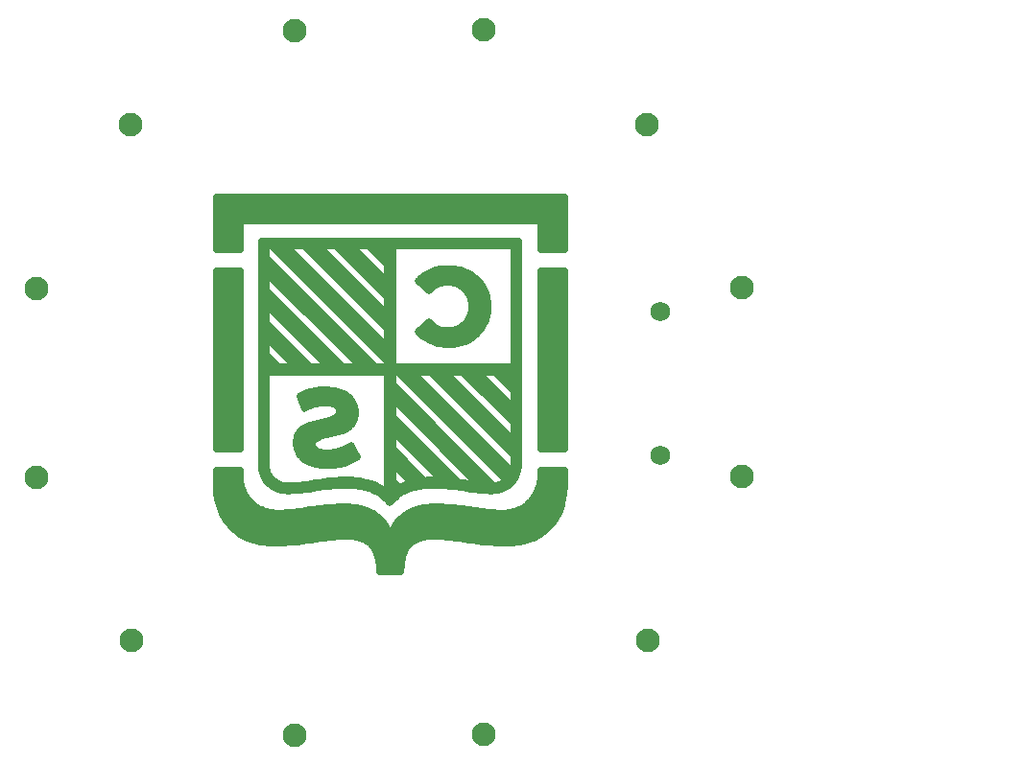
<source format=gbr>
%TF.GenerationSoftware,KiCad,Pcbnew,7.0.7*%
%TF.CreationDate,2023-10-30T19:21:24-07:00*%
%TF.ProjectId,CodeStackOrnament2023,436f6465-5374-4616-936b-4f726e616d65,rev?*%
%TF.SameCoordinates,Original*%
%TF.FileFunction,Soldermask,Bot*%
%TF.FilePolarity,Negative*%
%FSLAX46Y46*%
G04 Gerber Fmt 4.6, Leading zero omitted, Abs format (unit mm)*
G04 Created by KiCad (PCBNEW 7.0.7) date 2023-10-30 19:21:24*
%MOMM*%
%LPD*%
G01*
G04 APERTURE LIST*
%ADD10C,0.200000*%
%ADD11C,0.565287*%
%ADD12C,0.000000*%
%ADD13C,0.513897*%
%ADD14C,2.100000*%
%ADD15C,1.734000*%
G04 APERTURE END LIST*
D10*
X160957965Y-109383172D02*
X160957965Y-111268670D01*
X153425250Y-103735985D01*
X155310748Y-103735985D01*
X160957965Y-109383172D01*
G36*
X160957965Y-109383172D02*
G01*
X160957965Y-111268670D01*
X153425250Y-103735985D01*
X155310748Y-103735985D01*
X160957965Y-109383172D01*
G37*
X153354343Y-113177727D02*
X153178542Y-113190413D01*
X153003233Y-113207747D01*
X152828507Y-113229713D01*
X152654454Y-113256295D01*
X152481166Y-113287477D01*
X152308734Y-113323245D01*
X152137248Y-113363581D01*
X151966800Y-113408471D01*
X151914871Y-113423759D01*
X151863240Y-113439385D01*
X151812002Y-113455377D01*
X151761249Y-113471764D01*
X150379886Y-112090416D01*
X150379886Y-110204918D01*
X153354343Y-113177727D01*
G36*
X153354343Y-113177727D02*
G01*
X153178542Y-113190413D01*
X153003233Y-113207747D01*
X152828507Y-113229713D01*
X152654454Y-113256295D01*
X152481166Y-113287477D01*
X152308734Y-113323245D01*
X152137248Y-113363581D01*
X151966800Y-113408471D01*
X151914871Y-113423759D01*
X151863240Y-113439385D01*
X151812002Y-113455377D01*
X151761249Y-113471764D01*
X150379886Y-112090416D01*
X150379886Y-110204918D01*
X153354343Y-113177727D01*
G37*
X146192157Y-103166039D02*
X144305118Y-103166039D01*
X139231921Y-98092888D01*
X139231921Y-96207390D01*
X146192157Y-103166039D01*
G36*
X146192157Y-103166039D02*
G01*
X144305118Y-103166039D01*
X139231921Y-98092888D01*
X139231921Y-96207390D01*
X146192157Y-103166039D01*
G37*
D11*
X165471864Y-113135305D02*
X165455293Y-113726274D01*
X165404489Y-114295856D01*
X165317819Y-114841740D01*
X165260523Y-115105074D01*
X165193649Y-115361617D01*
X165116991Y-115611082D01*
X165030346Y-115853178D01*
X164933508Y-116087617D01*
X164826275Y-116314112D01*
X164708442Y-116532372D01*
X164579804Y-116742109D01*
X164440158Y-116943035D01*
X164289299Y-117134860D01*
X164127022Y-117317297D01*
X163953125Y-117490056D01*
X163767402Y-117652848D01*
X163569649Y-117805386D01*
X163359663Y-117947379D01*
X163137238Y-118078541D01*
X162902171Y-118198580D01*
X162654258Y-118307210D01*
X162393294Y-118404141D01*
X162119075Y-118489085D01*
X161831397Y-118561752D01*
X161530056Y-118621855D01*
X161214847Y-118669104D01*
X160885566Y-118703211D01*
X160542009Y-118723887D01*
X160183972Y-118730843D01*
X159786334Y-118717709D01*
X159389105Y-118697321D01*
X158992381Y-118669690D01*
X158596262Y-118634826D01*
X158200846Y-118592740D01*
X157806230Y-118543441D01*
X157412514Y-118486940D01*
X157019794Y-118423247D01*
X156631617Y-118359818D01*
X156242441Y-118303505D01*
X155852364Y-118254316D01*
X155461486Y-118212260D01*
X155069906Y-118177346D01*
X154677721Y-118149584D01*
X154285032Y-118128983D01*
X153891937Y-118115551D01*
X153766957Y-118111691D01*
X153642302Y-118112999D01*
X153518124Y-118119431D01*
X153394573Y-118130944D01*
X153271802Y-118147495D01*
X153149961Y-118169041D01*
X153029202Y-118195538D01*
X152909678Y-118226942D01*
X152791538Y-118263211D01*
X152674935Y-118304302D01*
X152560020Y-118350171D01*
X152446944Y-118400775D01*
X152335860Y-118456070D01*
X152226917Y-118516013D01*
X152120269Y-118580562D01*
X152016066Y-118649672D01*
X151912103Y-118736268D01*
X151811989Y-118831231D01*
X151716119Y-118934918D01*
X151624887Y-119047687D01*
X151538687Y-119169895D01*
X151457913Y-119301897D01*
X151382961Y-119444051D01*
X151314224Y-119596714D01*
X151252096Y-119760242D01*
X151196973Y-119934992D01*
X151149248Y-120121322D01*
X151109316Y-120319587D01*
X151077572Y-120530146D01*
X151054409Y-120753353D01*
X151040222Y-120989567D01*
X151035405Y-121239144D01*
X149146727Y-121239144D01*
X149145521Y-121112663D01*
X149141934Y-120989567D01*
X149136015Y-120869811D01*
X149127811Y-120753352D01*
X149117371Y-120640144D01*
X149104743Y-120530143D01*
X149089975Y-120423304D01*
X149073116Y-120319583D01*
X149054212Y-120218935D01*
X149033313Y-120121315D01*
X149010467Y-120026680D01*
X148985721Y-119934984D01*
X148959124Y-119846182D01*
X148930724Y-119760231D01*
X148900570Y-119677086D01*
X148868708Y-119596701D01*
X148835188Y-119519033D01*
X148800057Y-119444037D01*
X148763363Y-119371668D01*
X148725156Y-119301882D01*
X148685482Y-119234634D01*
X148644390Y-119169880D01*
X148601928Y-119107574D01*
X148558145Y-119047673D01*
X148466805Y-118934906D01*
X148370755Y-118831221D01*
X148270380Y-118736262D01*
X148166066Y-118649672D01*
X148061860Y-118580562D01*
X147955210Y-118516013D01*
X147846266Y-118456070D01*
X147735181Y-118400775D01*
X147622105Y-118350171D01*
X147507190Y-118304302D01*
X147390587Y-118263211D01*
X147272448Y-118226942D01*
X147152924Y-118195538D01*
X147032167Y-118169041D01*
X146910327Y-118147495D01*
X146787557Y-118130944D01*
X146664007Y-118119431D01*
X146539829Y-118112999D01*
X146415175Y-118111691D01*
X146290195Y-118115551D01*
X145897362Y-118128994D01*
X145504940Y-118149603D01*
X145113026Y-118177368D01*
X144721716Y-118212281D01*
X144331107Y-118254331D01*
X143941296Y-118303510D01*
X143552379Y-118359807D01*
X143164453Y-118423214D01*
X142771484Y-118487195D01*
X142377511Y-118543980D01*
X141982634Y-118593559D01*
X141586950Y-118635922D01*
X141190561Y-118671057D01*
X140793563Y-118698954D01*
X140396058Y-118719602D01*
X139998143Y-118732992D01*
X139640108Y-118726029D01*
X139296552Y-118705336D01*
X138967273Y-118671200D01*
X138652065Y-118623913D01*
X138350725Y-118563762D01*
X138063048Y-118491038D01*
X137788830Y-118406030D01*
X137527867Y-118309028D01*
X137279954Y-118200321D01*
X137044888Y-118080198D01*
X136822465Y-117948950D01*
X136612479Y-117806865D01*
X136414727Y-117654233D01*
X136229004Y-117491344D01*
X136055107Y-117318487D01*
X135892832Y-117135951D01*
X135741973Y-116944027D01*
X135602327Y-116743003D01*
X135473689Y-116533169D01*
X135355856Y-116314814D01*
X135248623Y-116088229D01*
X135151786Y-115853702D01*
X135065141Y-115611523D01*
X134988483Y-115361981D01*
X134864313Y-114841969D01*
X134777643Y-114295980D01*
X134726839Y-113726331D01*
X134710268Y-113135338D01*
X134710268Y-112323464D01*
X136833981Y-112323464D01*
X136833981Y-112776415D01*
X136837578Y-112943332D01*
X136849399Y-113108139D01*
X136869246Y-113270633D01*
X136896922Y-113430612D01*
X136932229Y-113587874D01*
X136974972Y-113742217D01*
X137024951Y-113893440D01*
X137081970Y-114041340D01*
X137145832Y-114185714D01*
X137216339Y-114326362D01*
X137293294Y-114463081D01*
X137376500Y-114595668D01*
X137465759Y-114723923D01*
X137560875Y-114847643D01*
X137661649Y-114966625D01*
X137767885Y-115080669D01*
X137879385Y-115189571D01*
X137995952Y-115293130D01*
X138117388Y-115391144D01*
X138243497Y-115483411D01*
X138374081Y-115569729D01*
X138508943Y-115649895D01*
X138647886Y-115723708D01*
X138790711Y-115790966D01*
X138937223Y-115851466D01*
X139087223Y-115905008D01*
X139240515Y-115951387D01*
X139396900Y-115990404D01*
X139556182Y-116021855D01*
X139718164Y-116045538D01*
X139882648Y-116061252D01*
X140049437Y-116068795D01*
X140259345Y-116069858D01*
X140468185Y-116066650D01*
X140675962Y-116059169D01*
X140882678Y-116047411D01*
X141052898Y-116036611D01*
X141223711Y-116023401D01*
X141394918Y-116007786D01*
X141566318Y-115989773D01*
X141918072Y-115947879D01*
X142269319Y-115901863D01*
X142619999Y-115851730D01*
X142970053Y-115797487D01*
X143333858Y-115737126D01*
X143698724Y-115684374D01*
X144064531Y-115639244D01*
X144431159Y-115601745D01*
X144798488Y-115571886D01*
X145166400Y-115549680D01*
X145534775Y-115535134D01*
X145903493Y-115528261D01*
X146108602Y-115528261D01*
X146328649Y-115532525D01*
X146465393Y-115541085D01*
X146651267Y-115553875D01*
X146813641Y-115570962D01*
X146963193Y-115588082D01*
X147045444Y-115600475D01*
X147127493Y-115614061D01*
X147209328Y-115628839D01*
X147290934Y-115644806D01*
X147372300Y-115661959D01*
X147453413Y-115680296D01*
X147534258Y-115699815D01*
X147614824Y-115720513D01*
X147656825Y-115731836D01*
X147699224Y-115743751D01*
X147720447Y-115750119D01*
X147741619Y-115756862D01*
X147762691Y-115764055D01*
X147783611Y-115771773D01*
X147870362Y-115799769D01*
X147956364Y-115829869D01*
X148041580Y-115862057D01*
X148125970Y-115896320D01*
X148209495Y-115932642D01*
X148292116Y-115971010D01*
X148373795Y-116011408D01*
X148454494Y-116053823D01*
X148482895Y-116069014D01*
X148511123Y-116084523D01*
X148539174Y-116100349D01*
X148567046Y-116116488D01*
X148594735Y-116132940D01*
X148622241Y-116149700D01*
X148649560Y-116166767D01*
X148676689Y-116184139D01*
X148740417Y-116227171D01*
X148803079Y-116271684D01*
X148864650Y-116317658D01*
X148925104Y-116365074D01*
X148984418Y-116413910D01*
X149042564Y-116464147D01*
X149099518Y-116515764D01*
X149155254Y-116568743D01*
X149169113Y-116581583D01*
X149182830Y-116594572D01*
X149196406Y-116607710D01*
X149209837Y-116620994D01*
X149223124Y-116634422D01*
X149236265Y-116647994D01*
X149249259Y-116661707D01*
X149262105Y-116675560D01*
X149293161Y-116709163D01*
X149323673Y-116743248D01*
X149353635Y-116777809D01*
X149383041Y-116812842D01*
X149411883Y-116848341D01*
X149440157Y-116884300D01*
X149467857Y-116920714D01*
X149494975Y-116957576D01*
X149508281Y-116975205D01*
X149521373Y-116992990D01*
X149534249Y-117010930D01*
X149546909Y-117029020D01*
X149559353Y-117047259D01*
X149571580Y-117065642D01*
X149583590Y-117084168D01*
X149595381Y-117102831D01*
X149620519Y-117140791D01*
X149645046Y-117179134D01*
X149668958Y-117217855D01*
X149692250Y-117256948D01*
X149714917Y-117296405D01*
X149736955Y-117336222D01*
X149758358Y-117376391D01*
X149779123Y-117416906D01*
X149791910Y-117440156D01*
X149804363Y-117463580D01*
X149816483Y-117487173D01*
X149828269Y-117510933D01*
X149870986Y-117607076D01*
X149883886Y-117635116D01*
X149896377Y-117663338D01*
X149908458Y-117691737D01*
X149920131Y-117720305D01*
X149967162Y-117842095D01*
X149984338Y-117890881D01*
X150000960Y-117939852D01*
X150017024Y-117989004D01*
X150032530Y-118038333D01*
X150047475Y-118087835D01*
X150061859Y-118137506D01*
X150075679Y-118187343D01*
X150088934Y-118237340D01*
X150101959Y-118186359D01*
X150115434Y-118135929D01*
X150129411Y-118086000D01*
X150143940Y-118036520D01*
X150159071Y-117987440D01*
X150174853Y-117938710D01*
X150191338Y-117890278D01*
X150208576Y-117842095D01*
X150230477Y-117779589D01*
X150236204Y-117764092D01*
X150242232Y-117748946D01*
X150248660Y-117734301D01*
X150252056Y-117727213D01*
X150255589Y-117720305D01*
X150306867Y-117607076D01*
X150349584Y-117510933D01*
X150394449Y-117416906D01*
X150415549Y-117376413D01*
X150437267Y-117336260D01*
X150459599Y-117296453D01*
X150482541Y-117256998D01*
X150506090Y-117217902D01*
X150530242Y-117179172D01*
X150554993Y-117140813D01*
X150580339Y-117102831D01*
X150592131Y-117084168D01*
X150604142Y-117065642D01*
X150616372Y-117047259D01*
X150628817Y-117029020D01*
X150641479Y-117010930D01*
X150654355Y-116992990D01*
X150667444Y-116975205D01*
X150680745Y-116957576D01*
X150707869Y-116920714D01*
X150735573Y-116884300D01*
X150763850Y-116848341D01*
X150792695Y-116812842D01*
X150822101Y-116777809D01*
X150852064Y-116743248D01*
X150882576Y-116709163D01*
X150913632Y-116675560D01*
X150926477Y-116661696D01*
X150939469Y-116647975D01*
X150952607Y-116634398D01*
X150965891Y-116620968D01*
X150979320Y-116607686D01*
X150992893Y-116594553D01*
X151006608Y-116581572D01*
X151020467Y-116568743D01*
X151076273Y-116516095D01*
X151133275Y-116464789D01*
X151191447Y-116414846D01*
X151250767Y-116366286D01*
X151311209Y-116319130D01*
X151372750Y-116273398D01*
X151435366Y-116229110D01*
X151499031Y-116186287D01*
X151526470Y-116168845D01*
X151554257Y-116151758D01*
X151582343Y-116134975D01*
X151610679Y-116118444D01*
X151667900Y-116085935D01*
X151725524Y-116053823D01*
X151805696Y-116011495D01*
X151886843Y-115971157D01*
X151968927Y-115932824D01*
X152051912Y-115896513D01*
X152135760Y-115862239D01*
X152220433Y-115830020D01*
X152305896Y-115799870D01*
X152392110Y-115771807D01*
X152434500Y-115757872D01*
X152477122Y-115744674D01*
X152519967Y-115732219D01*
X152563028Y-115720513D01*
X152565177Y-115720513D01*
X152646007Y-115699802D01*
X152727117Y-115680272D01*
X152808494Y-115661924D01*
X152890126Y-115644764D01*
X152971999Y-115628793D01*
X153054101Y-115614014D01*
X153136418Y-115600432D01*
X153218939Y-115588048D01*
X153368491Y-115570962D01*
X153528717Y-115553875D01*
X153551865Y-115551230D01*
X153575045Y-115548883D01*
X153598252Y-115546836D01*
X153621484Y-115545088D01*
X153644737Y-115543639D01*
X153668008Y-115542488D01*
X153691294Y-115541637D01*
X153714591Y-115541085D01*
X153851335Y-115532525D01*
X153877968Y-115531117D01*
X153904950Y-115530060D01*
X153959762Y-115528794D01*
X154015377Y-115528328D01*
X154071399Y-115528261D01*
X154276508Y-115528261D01*
X154645226Y-115535123D01*
X155013602Y-115549661D01*
X155381517Y-115571863D01*
X155748848Y-115601719D01*
X156115477Y-115639220D01*
X156481284Y-115684356D01*
X156846147Y-115737115D01*
X157209947Y-115797487D01*
X157388979Y-115826796D01*
X157567016Y-115854106D01*
X157743857Y-115879811D01*
X157919301Y-115904305D01*
X158262826Y-115949113D01*
X158607065Y-115987909D01*
X158951928Y-116020689D01*
X159297322Y-116047445D01*
X159504032Y-116059202D01*
X159711811Y-116066680D01*
X159920661Y-116069877D01*
X160130580Y-116068795D01*
X160297412Y-116061247D01*
X160461935Y-116045520D01*
X160623950Y-116021814D01*
X160783261Y-115990332D01*
X160939669Y-115951278D01*
X161092978Y-115904853D01*
X161242990Y-115851260D01*
X161389506Y-115790702D01*
X161532330Y-115723381D01*
X161671265Y-115649499D01*
X161806112Y-115569260D01*
X161936674Y-115482866D01*
X162062753Y-115390519D01*
X162184153Y-115292422D01*
X162300675Y-115188777D01*
X162412122Y-115079788D01*
X162518297Y-114965655D01*
X162619001Y-114846583D01*
X162714038Y-114722774D01*
X162803210Y-114594429D01*
X162886319Y-114461752D01*
X162963167Y-114324946D01*
X163033558Y-114184212D01*
X163097294Y-114039753D01*
X163154177Y-113891773D01*
X163204010Y-113740472D01*
X163246595Y-113586055D01*
X163281734Y-113428723D01*
X163309231Y-113268679D01*
X163328887Y-113106125D01*
X163340505Y-112941265D01*
X163343887Y-112774300D01*
X163343887Y-112325612D01*
X165471864Y-112323430D01*
X165471864Y-113135305D01*
G36*
X165471864Y-113135305D02*
G01*
X165455293Y-113726274D01*
X165404489Y-114295856D01*
X165317819Y-114841740D01*
X165260523Y-115105074D01*
X165193649Y-115361617D01*
X165116991Y-115611082D01*
X165030346Y-115853178D01*
X164933508Y-116087617D01*
X164826275Y-116314112D01*
X164708442Y-116532372D01*
X164579804Y-116742109D01*
X164440158Y-116943035D01*
X164289299Y-117134860D01*
X164127022Y-117317297D01*
X163953125Y-117490056D01*
X163767402Y-117652848D01*
X163569649Y-117805386D01*
X163359663Y-117947379D01*
X163137238Y-118078541D01*
X162902171Y-118198580D01*
X162654258Y-118307210D01*
X162393294Y-118404141D01*
X162119075Y-118489085D01*
X161831397Y-118561752D01*
X161530056Y-118621855D01*
X161214847Y-118669104D01*
X160885566Y-118703211D01*
X160542009Y-118723887D01*
X160183972Y-118730843D01*
X159786334Y-118717709D01*
X159389105Y-118697321D01*
X158992381Y-118669690D01*
X158596262Y-118634826D01*
X158200846Y-118592740D01*
X157806230Y-118543441D01*
X157412514Y-118486940D01*
X157019794Y-118423247D01*
X156631617Y-118359818D01*
X156242441Y-118303505D01*
X155852364Y-118254316D01*
X155461486Y-118212260D01*
X155069906Y-118177346D01*
X154677721Y-118149584D01*
X154285032Y-118128983D01*
X153891937Y-118115551D01*
X153766957Y-118111691D01*
X153642302Y-118112999D01*
X153518124Y-118119431D01*
X153394573Y-118130944D01*
X153271802Y-118147495D01*
X153149961Y-118169041D01*
X153029202Y-118195538D01*
X152909678Y-118226942D01*
X152791538Y-118263211D01*
X152674935Y-118304302D01*
X152560020Y-118350171D01*
X152446944Y-118400775D01*
X152335860Y-118456070D01*
X152226917Y-118516013D01*
X152120269Y-118580562D01*
X152016066Y-118649672D01*
X151912103Y-118736268D01*
X151811989Y-118831231D01*
X151716119Y-118934918D01*
X151624887Y-119047687D01*
X151538687Y-119169895D01*
X151457913Y-119301897D01*
X151382961Y-119444051D01*
X151314224Y-119596714D01*
X151252096Y-119760242D01*
X151196973Y-119934992D01*
X151149248Y-120121322D01*
X151109316Y-120319587D01*
X151077572Y-120530146D01*
X151054409Y-120753353D01*
X151040222Y-120989567D01*
X151035405Y-121239144D01*
X149146727Y-121239144D01*
X149145521Y-121112663D01*
X149141934Y-120989567D01*
X149136015Y-120869811D01*
X149127811Y-120753352D01*
X149117371Y-120640144D01*
X149104743Y-120530143D01*
X149089975Y-120423304D01*
X149073116Y-120319583D01*
X149054212Y-120218935D01*
X149033313Y-120121315D01*
X149010467Y-120026680D01*
X148985721Y-119934984D01*
X148959124Y-119846182D01*
X148930724Y-119760231D01*
X148900570Y-119677086D01*
X148868708Y-119596701D01*
X148835188Y-119519033D01*
X148800057Y-119444037D01*
X148763363Y-119371668D01*
X148725156Y-119301882D01*
X148685482Y-119234634D01*
X148644390Y-119169880D01*
X148601928Y-119107574D01*
X148558145Y-119047673D01*
X148466805Y-118934906D01*
X148370755Y-118831221D01*
X148270380Y-118736262D01*
X148166066Y-118649672D01*
X148061860Y-118580562D01*
X147955210Y-118516013D01*
X147846266Y-118456070D01*
X147735181Y-118400775D01*
X147622105Y-118350171D01*
X147507190Y-118304302D01*
X147390587Y-118263211D01*
X147272448Y-118226942D01*
X147152924Y-118195538D01*
X147032167Y-118169041D01*
X146910327Y-118147495D01*
X146787557Y-118130944D01*
X146664007Y-118119431D01*
X146539829Y-118112999D01*
X146415175Y-118111691D01*
X146290195Y-118115551D01*
X145897362Y-118128994D01*
X145504940Y-118149603D01*
X145113026Y-118177368D01*
X144721716Y-118212281D01*
X144331107Y-118254331D01*
X143941296Y-118303510D01*
X143552379Y-118359807D01*
X143164453Y-118423214D01*
X142771484Y-118487195D01*
X142377511Y-118543980D01*
X141982634Y-118593559D01*
X141586950Y-118635922D01*
X141190561Y-118671057D01*
X140793563Y-118698954D01*
X140396058Y-118719602D01*
X139998143Y-118732992D01*
X139640108Y-118726029D01*
X139296552Y-118705336D01*
X138967273Y-118671200D01*
X138652065Y-118623913D01*
X138350725Y-118563762D01*
X138063048Y-118491038D01*
X137788830Y-118406030D01*
X137527867Y-118309028D01*
X137279954Y-118200321D01*
X137044888Y-118080198D01*
X136822465Y-117948950D01*
X136612479Y-117806865D01*
X136414727Y-117654233D01*
X136229004Y-117491344D01*
X136055107Y-117318487D01*
X135892832Y-117135951D01*
X135741973Y-116944027D01*
X135602327Y-116743003D01*
X135473689Y-116533169D01*
X135355856Y-116314814D01*
X135248623Y-116088229D01*
X135151786Y-115853702D01*
X135065141Y-115611523D01*
X134988483Y-115361981D01*
X134864313Y-114841969D01*
X134777643Y-114295980D01*
X134726839Y-113726331D01*
X134710268Y-113135338D01*
X134710268Y-112323464D01*
X136833981Y-112323464D01*
X136833981Y-112776415D01*
X136837578Y-112943332D01*
X136849399Y-113108139D01*
X136869246Y-113270633D01*
X136896922Y-113430612D01*
X136932229Y-113587874D01*
X136974972Y-113742217D01*
X137024951Y-113893440D01*
X137081970Y-114041340D01*
X137145832Y-114185714D01*
X137216339Y-114326362D01*
X137293294Y-114463081D01*
X137376500Y-114595668D01*
X137465759Y-114723923D01*
X137560875Y-114847643D01*
X137661649Y-114966625D01*
X137767885Y-115080669D01*
X137879385Y-115189571D01*
X137995952Y-115293130D01*
X138117388Y-115391144D01*
X138243497Y-115483411D01*
X138374081Y-115569729D01*
X138508943Y-115649895D01*
X138647886Y-115723708D01*
X138790711Y-115790966D01*
X138937223Y-115851466D01*
X139087223Y-115905008D01*
X139240515Y-115951387D01*
X139396900Y-115990404D01*
X139556182Y-116021855D01*
X139718164Y-116045538D01*
X139882648Y-116061252D01*
X140049437Y-116068795D01*
X140259345Y-116069858D01*
X140468185Y-116066650D01*
X140675962Y-116059169D01*
X140882678Y-116047411D01*
X141052898Y-116036611D01*
X141223711Y-116023401D01*
X141394918Y-116007786D01*
X141566318Y-115989773D01*
X141918072Y-115947879D01*
X142269319Y-115901863D01*
X142619999Y-115851730D01*
X142970053Y-115797487D01*
X143333858Y-115737126D01*
X143698724Y-115684374D01*
X144064531Y-115639244D01*
X144431159Y-115601745D01*
X144798488Y-115571886D01*
X145166400Y-115549680D01*
X145534775Y-115535134D01*
X145903493Y-115528261D01*
X146108602Y-115528261D01*
X146328649Y-115532525D01*
X146465393Y-115541085D01*
X146651267Y-115553875D01*
X146813641Y-115570962D01*
X146963193Y-115588082D01*
X147045444Y-115600475D01*
X147127493Y-115614061D01*
X147209328Y-115628839D01*
X147290934Y-115644806D01*
X147372300Y-115661959D01*
X147453413Y-115680296D01*
X147534258Y-115699815D01*
X147614824Y-115720513D01*
X147656825Y-115731836D01*
X147699224Y-115743751D01*
X147720447Y-115750119D01*
X147741619Y-115756862D01*
X147762691Y-115764055D01*
X147783611Y-115771773D01*
X147870362Y-115799769D01*
X147956364Y-115829869D01*
X148041580Y-115862057D01*
X148125970Y-115896320D01*
X148209495Y-115932642D01*
X148292116Y-115971010D01*
X148373795Y-116011408D01*
X148454494Y-116053823D01*
X148482895Y-116069014D01*
X148511123Y-116084523D01*
X148539174Y-116100349D01*
X148567046Y-116116488D01*
X148594735Y-116132940D01*
X148622241Y-116149700D01*
X148649560Y-116166767D01*
X148676689Y-116184139D01*
X148740417Y-116227171D01*
X148803079Y-116271684D01*
X148864650Y-116317658D01*
X148925104Y-116365074D01*
X148984418Y-116413910D01*
X149042564Y-116464147D01*
X149099518Y-116515764D01*
X149155254Y-116568743D01*
X149169113Y-116581583D01*
X149182830Y-116594572D01*
X149196406Y-116607710D01*
X149209837Y-116620994D01*
X149223124Y-116634422D01*
X149236265Y-116647994D01*
X149249259Y-116661707D01*
X149262105Y-116675560D01*
X149293161Y-116709163D01*
X149323673Y-116743248D01*
X149353635Y-116777809D01*
X149383041Y-116812842D01*
X149411883Y-116848341D01*
X149440157Y-116884300D01*
X149467857Y-116920714D01*
X149494975Y-116957576D01*
X149508281Y-116975205D01*
X149521373Y-116992990D01*
X149534249Y-117010930D01*
X149546909Y-117029020D01*
X149559353Y-117047259D01*
X149571580Y-117065642D01*
X149583590Y-117084168D01*
X149595381Y-117102831D01*
X149620519Y-117140791D01*
X149645046Y-117179134D01*
X149668958Y-117217855D01*
X149692250Y-117256948D01*
X149714917Y-117296405D01*
X149736955Y-117336222D01*
X149758358Y-117376391D01*
X149779123Y-117416906D01*
X149791910Y-117440156D01*
X149804363Y-117463580D01*
X149816483Y-117487173D01*
X149828269Y-117510933D01*
X149870986Y-117607076D01*
X149883886Y-117635116D01*
X149896377Y-117663338D01*
X149908458Y-117691737D01*
X149920131Y-117720305D01*
X149967162Y-117842095D01*
X149984338Y-117890881D01*
X150000960Y-117939852D01*
X150017024Y-117989004D01*
X150032530Y-118038333D01*
X150047475Y-118087835D01*
X150061859Y-118137506D01*
X150075679Y-118187343D01*
X150088934Y-118237340D01*
X150101959Y-118186359D01*
X150115434Y-118135929D01*
X150129411Y-118086000D01*
X150143940Y-118036520D01*
X150159071Y-117987440D01*
X150174853Y-117938710D01*
X150191338Y-117890278D01*
X150208576Y-117842095D01*
X150230477Y-117779589D01*
X150236204Y-117764092D01*
X150242232Y-117748946D01*
X150248660Y-117734301D01*
X150252056Y-117727213D01*
X150255589Y-117720305D01*
X150306867Y-117607076D01*
X150349584Y-117510933D01*
X150394449Y-117416906D01*
X150415549Y-117376413D01*
X150437267Y-117336260D01*
X150459599Y-117296453D01*
X150482541Y-117256998D01*
X150506090Y-117217902D01*
X150530242Y-117179172D01*
X150554993Y-117140813D01*
X150580339Y-117102831D01*
X150592131Y-117084168D01*
X150604142Y-117065642D01*
X150616372Y-117047259D01*
X150628817Y-117029020D01*
X150641479Y-117010930D01*
X150654355Y-116992990D01*
X150667444Y-116975205D01*
X150680745Y-116957576D01*
X150707869Y-116920714D01*
X150735573Y-116884300D01*
X150763850Y-116848341D01*
X150792695Y-116812842D01*
X150822101Y-116777809D01*
X150852064Y-116743248D01*
X150882576Y-116709163D01*
X150913632Y-116675560D01*
X150926477Y-116661696D01*
X150939469Y-116647975D01*
X150952607Y-116634398D01*
X150965891Y-116620968D01*
X150979320Y-116607686D01*
X150992893Y-116594553D01*
X151006608Y-116581572D01*
X151020467Y-116568743D01*
X151076273Y-116516095D01*
X151133275Y-116464789D01*
X151191447Y-116414846D01*
X151250767Y-116366286D01*
X151311209Y-116319130D01*
X151372750Y-116273398D01*
X151435366Y-116229110D01*
X151499031Y-116186287D01*
X151526470Y-116168845D01*
X151554257Y-116151758D01*
X151582343Y-116134975D01*
X151610679Y-116118444D01*
X151667900Y-116085935D01*
X151725524Y-116053823D01*
X151805696Y-116011495D01*
X151886843Y-115971157D01*
X151968927Y-115932824D01*
X152051912Y-115896513D01*
X152135760Y-115862239D01*
X152220433Y-115830020D01*
X152305896Y-115799870D01*
X152392110Y-115771807D01*
X152434500Y-115757872D01*
X152477122Y-115744674D01*
X152519967Y-115732219D01*
X152563028Y-115720513D01*
X152565177Y-115720513D01*
X152646007Y-115699802D01*
X152727117Y-115680272D01*
X152808494Y-115661924D01*
X152890126Y-115644764D01*
X152971999Y-115628793D01*
X153054101Y-115614014D01*
X153136418Y-115600432D01*
X153218939Y-115588048D01*
X153368491Y-115570962D01*
X153528717Y-115553875D01*
X153551865Y-115551230D01*
X153575045Y-115548883D01*
X153598252Y-115546836D01*
X153621484Y-115545088D01*
X153644737Y-115543639D01*
X153668008Y-115542488D01*
X153691294Y-115541637D01*
X153714591Y-115541085D01*
X153851335Y-115532525D01*
X153877968Y-115531117D01*
X153904950Y-115530060D01*
X153959762Y-115528794D01*
X154015377Y-115528328D01*
X154071399Y-115528261D01*
X154276508Y-115528261D01*
X154645226Y-115535123D01*
X155013602Y-115549661D01*
X155381517Y-115571863D01*
X155748848Y-115601719D01*
X156115477Y-115639220D01*
X156481284Y-115684356D01*
X156846147Y-115737115D01*
X157209947Y-115797487D01*
X157388979Y-115826796D01*
X157567016Y-115854106D01*
X157743857Y-115879811D01*
X157919301Y-115904305D01*
X158262826Y-115949113D01*
X158607065Y-115987909D01*
X158951928Y-116020689D01*
X159297322Y-116047445D01*
X159504032Y-116059202D01*
X159711811Y-116066680D01*
X159920661Y-116069877D01*
X160130580Y-116068795D01*
X160297412Y-116061247D01*
X160461935Y-116045520D01*
X160623950Y-116021814D01*
X160783261Y-115990332D01*
X160939669Y-115951278D01*
X161092978Y-115904853D01*
X161242990Y-115851260D01*
X161389506Y-115790702D01*
X161532330Y-115723381D01*
X161671265Y-115649499D01*
X161806112Y-115569260D01*
X161936674Y-115482866D01*
X162062753Y-115390519D01*
X162184153Y-115292422D01*
X162300675Y-115188777D01*
X162412122Y-115079788D01*
X162518297Y-114965655D01*
X162619001Y-114846583D01*
X162714038Y-114722774D01*
X162803210Y-114594429D01*
X162886319Y-114461752D01*
X162963167Y-114324946D01*
X163033558Y-114184212D01*
X163097294Y-114039753D01*
X163154177Y-113891773D01*
X163204010Y-113740472D01*
X163246595Y-113586055D01*
X163281734Y-113428723D01*
X163309231Y-113268679D01*
X163328887Y-113106125D01*
X163340505Y-112941265D01*
X163343887Y-112774300D01*
X163343887Y-112325612D01*
X165471864Y-112323430D01*
X165471864Y-113135305D01*
G37*
D12*
G36*
X203927367Y-105023074D02*
G01*
X203927357Y-105023471D01*
X203927357Y-105022677D01*
X203927367Y-105023074D01*
G37*
D10*
X149809970Y-101084771D02*
X149809970Y-102969750D01*
X139408694Y-92570519D01*
X141295733Y-92570519D01*
X149809970Y-101084771D01*
G36*
X149809970Y-101084771D02*
G01*
X149809970Y-102969750D01*
X139408694Y-92570519D01*
X141295733Y-92570519D01*
X149809970Y-101084771D01*
G37*
X160957950Y-106533104D02*
X160957950Y-108417046D01*
X156275317Y-103735985D01*
X158160815Y-103735985D01*
X160957950Y-106533104D01*
G36*
X160957950Y-106533104D02*
G01*
X160957950Y-108417046D01*
X156275317Y-103735985D01*
X158160815Y-103735985D01*
X160957950Y-106533104D01*
G37*
X149809985Y-98235192D02*
X149809985Y-100120659D01*
X142260318Y-92570519D01*
X144145816Y-92570519D01*
X149809985Y-98235192D01*
G36*
X149809985Y-98235192D02*
G01*
X149809985Y-100120659D01*
X142260318Y-92570519D01*
X144145816Y-92570519D01*
X149809985Y-98235192D01*
G37*
D13*
X144352389Y-105200066D02*
X144523972Y-105202754D01*
X144689921Y-105210726D01*
X144850249Y-105223848D01*
X145004968Y-105241985D01*
X145154090Y-105265001D01*
X145297628Y-105292762D01*
X145435592Y-105325132D01*
X145567997Y-105361977D01*
X145694854Y-105403160D01*
X145816175Y-105448547D01*
X145931973Y-105498003D01*
X146042259Y-105551393D01*
X146147046Y-105608581D01*
X146246347Y-105669433D01*
X146340173Y-105733813D01*
X146428536Y-105801587D01*
X146511450Y-105872618D01*
X146588926Y-105946772D01*
X146660975Y-106023915D01*
X146727612Y-106103909D01*
X146788847Y-106186622D01*
X146844694Y-106271917D01*
X146895163Y-106359659D01*
X146940268Y-106449714D01*
X146980021Y-106541945D01*
X147014434Y-106636219D01*
X147043519Y-106732399D01*
X147067288Y-106830352D01*
X147085754Y-106929941D01*
X147098929Y-107031031D01*
X147106825Y-107133488D01*
X147109454Y-107237175D01*
X147098545Y-107455543D01*
X147066747Y-107655725D01*
X147015451Y-107838697D01*
X146946051Y-108005438D01*
X146859939Y-108156924D01*
X146758508Y-108294131D01*
X146643151Y-108418037D01*
X146515260Y-108529619D01*
X146376228Y-108629853D01*
X146227448Y-108719717D01*
X146070311Y-108800187D01*
X145906211Y-108872240D01*
X145562693Y-108995005D01*
X145208034Y-109095826D01*
X144509856Y-109262897D01*
X144188620Y-109344779D01*
X143900807Y-109435977D01*
X143772916Y-109487513D01*
X143657559Y-109544309D01*
X143556128Y-109607342D01*
X143470016Y-109677589D01*
X143400616Y-109756027D01*
X143349321Y-109843633D01*
X143317522Y-109941383D01*
X143306613Y-110050255D01*
X143310924Y-110124351D01*
X143324021Y-110195750D01*
X143346152Y-110264165D01*
X143377562Y-110329309D01*
X143418500Y-110390893D01*
X143469212Y-110448631D01*
X143529945Y-110502236D01*
X143600946Y-110551419D01*
X143682461Y-110595893D01*
X143774738Y-110635371D01*
X143878024Y-110669564D01*
X143992565Y-110698187D01*
X144118609Y-110720951D01*
X144256403Y-110737568D01*
X144406192Y-110747751D01*
X144568225Y-110751214D01*
X144712647Y-110747383D01*
X144856466Y-110738166D01*
X144999539Y-110723607D01*
X145141724Y-110703750D01*
X145282876Y-110678642D01*
X145422854Y-110648327D01*
X145561514Y-110612851D01*
X145698714Y-110572258D01*
X145834311Y-110526595D01*
X145968162Y-110475905D01*
X146100123Y-110420234D01*
X146230053Y-110359628D01*
X146357808Y-110294131D01*
X146483245Y-110223789D01*
X146606222Y-110148647D01*
X146726596Y-110068749D01*
X147239417Y-111206703D01*
X147090663Y-111299846D01*
X146937757Y-111387711D01*
X146781976Y-111469561D01*
X146623498Y-111545344D01*
X146462504Y-111615010D01*
X146299174Y-111678508D01*
X146133687Y-111735786D01*
X145966224Y-111786793D01*
X145796964Y-111831479D01*
X145626089Y-111869791D01*
X145453776Y-111901680D01*
X145280208Y-111927094D01*
X145105563Y-111945981D01*
X144930021Y-111958291D01*
X144753763Y-111963973D01*
X144576968Y-111962975D01*
X144404612Y-111960260D01*
X144237881Y-111952210D01*
X144076768Y-111938967D01*
X143921260Y-111920674D01*
X143771349Y-111897471D01*
X143627023Y-111869503D01*
X143488273Y-111836910D01*
X143355089Y-111799836D01*
X143227460Y-111758421D01*
X143105376Y-111712809D01*
X142988827Y-111663142D01*
X142877804Y-111609561D01*
X142772295Y-111552209D01*
X142672290Y-111491228D01*
X142577781Y-111426760D01*
X142488755Y-111358948D01*
X142405204Y-111287934D01*
X142327117Y-111213859D01*
X142254483Y-111136866D01*
X142187294Y-111057098D01*
X142125537Y-110974695D01*
X142069205Y-110889802D01*
X142018285Y-110802559D01*
X141972769Y-110713109D01*
X141932645Y-110621593D01*
X141897904Y-110528156D01*
X141868536Y-110432937D01*
X141844530Y-110336080D01*
X141825877Y-110237727D01*
X141812565Y-110138020D01*
X141804586Y-110037101D01*
X141801929Y-109935112D01*
X141812838Y-109719335D01*
X141844636Y-109521535D01*
X141895932Y-109340748D01*
X141965332Y-109176009D01*
X142051444Y-109026352D01*
X142152874Y-108890812D01*
X142268232Y-108768424D01*
X142396122Y-108658224D01*
X142535155Y-108559245D01*
X142683935Y-108470522D01*
X142841072Y-108391091D01*
X143005171Y-108319986D01*
X143348690Y-108198894D01*
X143703349Y-108099526D01*
X144401527Y-107935073D01*
X144722763Y-107854547D01*
X145010576Y-107764858D01*
X145138467Y-107714165D01*
X145253824Y-107658286D01*
X145355255Y-107596256D01*
X145441366Y-107527109D01*
X145510766Y-107449881D01*
X145562062Y-107363607D01*
X145593861Y-107267321D01*
X145604770Y-107160058D01*
X145600672Y-107083913D01*
X145588178Y-107009910D01*
X145566984Y-106938431D01*
X145536789Y-106869857D01*
X145497289Y-106804572D01*
X145473955Y-106773282D01*
X145448182Y-106742958D01*
X145419931Y-106713647D01*
X145389165Y-106685397D01*
X145355846Y-106658256D01*
X145319936Y-106632271D01*
X145240192Y-106583964D01*
X145149631Y-106540856D01*
X145047950Y-106503332D01*
X144934846Y-106471773D01*
X144810017Y-106446561D01*
X144673161Y-106428079D01*
X144523974Y-106416709D01*
X144362155Y-106412835D01*
X144242594Y-106416950D01*
X144123448Y-106424917D01*
X144004808Y-106436712D01*
X143886762Y-106452309D01*
X143769401Y-106471682D01*
X143652813Y-106494806D01*
X143537088Y-106521655D01*
X143422315Y-106552205D01*
X143308583Y-106586429D01*
X143195983Y-106624302D01*
X143084603Y-106665799D01*
X142974532Y-106710895D01*
X142865861Y-106759563D01*
X142758679Y-106811779D01*
X142653074Y-106867516D01*
X142549136Y-106926751D01*
X142080981Y-105779229D01*
X142211559Y-105707370D01*
X142344229Y-105640120D01*
X142478870Y-105577510D01*
X142615356Y-105519571D01*
X142753567Y-105466334D01*
X142893377Y-105417831D01*
X143034665Y-105374093D01*
X143177306Y-105335152D01*
X143321178Y-105301039D01*
X143466157Y-105271785D01*
X143612121Y-105247422D01*
X143758946Y-105227981D01*
X143906508Y-105213494D01*
X144054685Y-105203991D01*
X144203353Y-105199505D01*
X144352389Y-105200066D01*
G36*
X144352389Y-105200066D02*
G01*
X144523972Y-105202754D01*
X144689921Y-105210726D01*
X144850249Y-105223848D01*
X145004968Y-105241985D01*
X145154090Y-105265001D01*
X145297628Y-105292762D01*
X145435592Y-105325132D01*
X145567997Y-105361977D01*
X145694854Y-105403160D01*
X145816175Y-105448547D01*
X145931973Y-105498003D01*
X146042259Y-105551393D01*
X146147046Y-105608581D01*
X146246347Y-105669433D01*
X146340173Y-105733813D01*
X146428536Y-105801587D01*
X146511450Y-105872618D01*
X146588926Y-105946772D01*
X146660975Y-106023915D01*
X146727612Y-106103909D01*
X146788847Y-106186622D01*
X146844694Y-106271917D01*
X146895163Y-106359659D01*
X146940268Y-106449714D01*
X146980021Y-106541945D01*
X147014434Y-106636219D01*
X147043519Y-106732399D01*
X147067288Y-106830352D01*
X147085754Y-106929941D01*
X147098929Y-107031031D01*
X147106825Y-107133488D01*
X147109454Y-107237175D01*
X147098545Y-107455543D01*
X147066747Y-107655725D01*
X147015451Y-107838697D01*
X146946051Y-108005438D01*
X146859939Y-108156924D01*
X146758508Y-108294131D01*
X146643151Y-108418037D01*
X146515260Y-108529619D01*
X146376228Y-108629853D01*
X146227448Y-108719717D01*
X146070311Y-108800187D01*
X145906211Y-108872240D01*
X145562693Y-108995005D01*
X145208034Y-109095826D01*
X144509856Y-109262897D01*
X144188620Y-109344779D01*
X143900807Y-109435977D01*
X143772916Y-109487513D01*
X143657559Y-109544309D01*
X143556128Y-109607342D01*
X143470016Y-109677589D01*
X143400616Y-109756027D01*
X143349321Y-109843633D01*
X143317522Y-109941383D01*
X143306613Y-110050255D01*
X143310924Y-110124351D01*
X143324021Y-110195750D01*
X143346152Y-110264165D01*
X143377562Y-110329309D01*
X143418500Y-110390893D01*
X143469212Y-110448631D01*
X143529945Y-110502236D01*
X143600946Y-110551419D01*
X143682461Y-110595893D01*
X143774738Y-110635371D01*
X143878024Y-110669564D01*
X143992565Y-110698187D01*
X144118609Y-110720951D01*
X144256403Y-110737568D01*
X144406192Y-110747751D01*
X144568225Y-110751214D01*
X144712647Y-110747383D01*
X144856466Y-110738166D01*
X144999539Y-110723607D01*
X145141724Y-110703750D01*
X145282876Y-110678642D01*
X145422854Y-110648327D01*
X145561514Y-110612851D01*
X145698714Y-110572258D01*
X145834311Y-110526595D01*
X145968162Y-110475905D01*
X146100123Y-110420234D01*
X146230053Y-110359628D01*
X146357808Y-110294131D01*
X146483245Y-110223789D01*
X146606222Y-110148647D01*
X146726596Y-110068749D01*
X147239417Y-111206703D01*
X147090663Y-111299846D01*
X146937757Y-111387711D01*
X146781976Y-111469561D01*
X146623498Y-111545344D01*
X146462504Y-111615010D01*
X146299174Y-111678508D01*
X146133687Y-111735786D01*
X145966224Y-111786793D01*
X145796964Y-111831479D01*
X145626089Y-111869791D01*
X145453776Y-111901680D01*
X145280208Y-111927094D01*
X145105563Y-111945981D01*
X144930021Y-111958291D01*
X144753763Y-111963973D01*
X144576968Y-111962975D01*
X144404612Y-111960260D01*
X144237881Y-111952210D01*
X144076768Y-111938967D01*
X143921260Y-111920674D01*
X143771349Y-111897471D01*
X143627023Y-111869503D01*
X143488273Y-111836910D01*
X143355089Y-111799836D01*
X143227460Y-111758421D01*
X143105376Y-111712809D01*
X142988827Y-111663142D01*
X142877804Y-111609561D01*
X142772295Y-111552209D01*
X142672290Y-111491228D01*
X142577781Y-111426760D01*
X142488755Y-111358948D01*
X142405204Y-111287934D01*
X142327117Y-111213859D01*
X142254483Y-111136866D01*
X142187294Y-111057098D01*
X142125537Y-110974695D01*
X142069205Y-110889802D01*
X142018285Y-110802559D01*
X141972769Y-110713109D01*
X141932645Y-110621593D01*
X141897904Y-110528156D01*
X141868536Y-110432937D01*
X141844530Y-110336080D01*
X141825877Y-110237727D01*
X141812565Y-110138020D01*
X141804586Y-110037101D01*
X141801929Y-109935112D01*
X141812838Y-109719335D01*
X141844636Y-109521535D01*
X141895932Y-109340748D01*
X141965332Y-109176009D01*
X142051444Y-109026352D01*
X142152874Y-108890812D01*
X142268232Y-108768424D01*
X142396122Y-108658224D01*
X142535155Y-108559245D01*
X142683935Y-108470522D01*
X142841072Y-108391091D01*
X143005171Y-108319986D01*
X143348690Y-108198894D01*
X143703349Y-108099526D01*
X144401527Y-107935073D01*
X144722763Y-107854547D01*
X145010576Y-107764858D01*
X145138467Y-107714165D01*
X145253824Y-107658286D01*
X145355255Y-107596256D01*
X145441366Y-107527109D01*
X145510766Y-107449881D01*
X145562062Y-107363607D01*
X145593861Y-107267321D01*
X145604770Y-107160058D01*
X145600672Y-107083913D01*
X145588178Y-107009910D01*
X145566984Y-106938431D01*
X145536789Y-106869857D01*
X145497289Y-106804572D01*
X145473955Y-106773282D01*
X145448182Y-106742958D01*
X145419931Y-106713647D01*
X145389165Y-106685397D01*
X145355846Y-106658256D01*
X145319936Y-106632271D01*
X145240192Y-106583964D01*
X145149631Y-106540856D01*
X145047950Y-106503332D01*
X144934846Y-106471773D01*
X144810017Y-106446561D01*
X144673161Y-106428079D01*
X144523974Y-106416709D01*
X144362155Y-106412835D01*
X144242594Y-106416950D01*
X144123448Y-106424917D01*
X144004808Y-106436712D01*
X143886762Y-106452309D01*
X143769401Y-106471682D01*
X143652813Y-106494806D01*
X143537088Y-106521655D01*
X143422315Y-106552205D01*
X143308583Y-106586429D01*
X143195983Y-106624302D01*
X143084603Y-106665799D01*
X142974532Y-106710895D01*
X142865861Y-106759563D01*
X142758679Y-106811779D01*
X142653074Y-106867516D01*
X142549136Y-106926751D01*
X142080981Y-105779229D01*
X142211559Y-105707370D01*
X142344229Y-105640120D01*
X142478870Y-105577510D01*
X142615356Y-105519571D01*
X142753567Y-105466334D01*
X142893377Y-105417831D01*
X143034665Y-105374093D01*
X143177306Y-105335152D01*
X143321178Y-105301039D01*
X143466157Y-105271785D01*
X143612121Y-105247422D01*
X143758946Y-105227981D01*
X143906508Y-105213494D01*
X144054685Y-105203991D01*
X144203353Y-105199505D01*
X144352389Y-105200066D01*
G37*
D10*
X159493335Y-113618859D02*
X159425918Y-113629903D01*
X159358291Y-113639392D01*
X159290481Y-113647322D01*
X159222516Y-113653691D01*
X159154423Y-113658496D01*
X159086229Y-113661736D01*
X159017962Y-113663406D01*
X158949649Y-113663506D01*
X158833140Y-113661964D01*
X158715705Y-113657654D01*
X158598006Y-113651050D01*
X158480706Y-113642624D01*
X158249951Y-113622204D01*
X158028735Y-113600182D01*
X157903922Y-113586927D01*
X157779111Y-113572442D01*
X157654108Y-113556674D01*
X157528720Y-113539574D01*
X150379886Y-106390770D01*
X150379886Y-104505272D01*
X159493335Y-113618859D01*
G36*
X159493335Y-113618859D02*
G01*
X159425918Y-113629903D01*
X159358291Y-113639392D01*
X159290481Y-113647322D01*
X159222516Y-113653691D01*
X159154423Y-113658496D01*
X159086229Y-113661736D01*
X159017962Y-113663406D01*
X158949649Y-113663506D01*
X158833140Y-113661964D01*
X158715705Y-113657654D01*
X158598006Y-113651050D01*
X158480706Y-113642624D01*
X158249951Y-113622204D01*
X158028735Y-113600182D01*
X157903922Y-113586927D01*
X157779111Y-113572442D01*
X157654108Y-113556674D01*
X157528720Y-113539574D01*
X150379886Y-106390770D01*
X150379886Y-104505272D01*
X159493335Y-113618859D01*
G37*
X149040683Y-103166070D02*
X147155200Y-103166070D01*
X139231921Y-95242821D01*
X139231921Y-93357293D01*
X149040683Y-103166070D01*
G36*
X149040683Y-103166070D02*
G01*
X147155200Y-103166070D01*
X139231921Y-95242821D01*
X139231921Y-93357293D01*
X149040683Y-103166070D01*
G37*
X160957965Y-105568505D02*
X159125415Y-103735985D01*
X160957965Y-103735985D01*
X160957965Y-105568505D01*
G36*
X160957965Y-105568505D02*
G01*
X159125415Y-103735985D01*
X160957965Y-103735985D01*
X160957965Y-105568505D01*
G37*
X146995364Y-92571007D02*
X149809970Y-95385643D01*
X149809970Y-97270592D01*
X145109866Y-92570519D01*
X146995364Y-92571007D01*
G36*
X146995364Y-92571007D02*
G01*
X149809970Y-95385643D01*
X149809970Y-97270592D01*
X145109866Y-92570519D01*
X146995364Y-92571007D01*
G37*
D11*
X136833965Y-110407024D02*
X134710251Y-110407024D01*
X134710251Y-94699328D01*
X136833965Y-94699328D01*
X136833965Y-110407024D01*
G36*
X136833965Y-110407024D02*
G01*
X134710251Y-110407024D01*
X134710251Y-94699328D01*
X136833965Y-94699328D01*
X136833965Y-110407024D01*
G37*
X165469716Y-110407024D02*
X163346019Y-110407024D01*
X163346019Y-94699328D01*
X165469716Y-94699328D01*
X165469716Y-110407024D01*
G36*
X165469716Y-110407024D02*
G01*
X163346019Y-110407024D01*
X163346019Y-94699328D01*
X165469716Y-94699328D01*
X165469716Y-110407024D01*
G37*
D10*
X160923526Y-112198815D02*
X160904256Y-112284802D01*
X160880975Y-112369417D01*
X160853764Y-112452536D01*
X160822706Y-112534034D01*
X160787880Y-112613786D01*
X160749368Y-112691667D01*
X160707252Y-112767554D01*
X160661613Y-112841321D01*
X160612531Y-112912843D01*
X160560088Y-112981998D01*
X160504366Y-113048658D01*
X160445445Y-113112701D01*
X160383406Y-113174002D01*
X160318332Y-113232435D01*
X160250303Y-113287877D01*
X160179400Y-113340203D01*
X150575168Y-103735985D01*
X152461703Y-103735985D01*
X160923526Y-112198815D01*
G36*
X160923526Y-112198815D02*
G01*
X160904256Y-112284802D01*
X160880975Y-112369417D01*
X160853764Y-112452536D01*
X160822706Y-112534034D01*
X160787880Y-112613786D01*
X160749368Y-112691667D01*
X160707252Y-112767554D01*
X160661613Y-112841321D01*
X160612531Y-112912843D01*
X160560088Y-112981998D01*
X160504366Y-113048658D01*
X160445445Y-113112701D01*
X160383406Y-113174002D01*
X160318332Y-113232435D01*
X160250303Y-113287877D01*
X160179400Y-113340203D01*
X150575168Y-103735985D01*
X152461703Y-103735985D01*
X160923526Y-112198815D01*
G37*
X151085986Y-113759087D02*
X150992829Y-113809103D01*
X150900987Y-113861401D01*
X150810503Y-113915952D01*
X150721417Y-113972729D01*
X150633772Y-114031705D01*
X150547607Y-114092853D01*
X150462964Y-114156144D01*
X150379886Y-114221550D01*
X150379886Y-113054986D01*
X151085986Y-113759087D01*
G36*
X151085986Y-113759087D02*
G01*
X150992829Y-113809103D01*
X150900987Y-113861401D01*
X150810503Y-113915952D01*
X150721417Y-113972729D01*
X150633772Y-114031705D01*
X150547607Y-114092853D01*
X150462964Y-114156144D01*
X150379886Y-114221550D01*
X150379886Y-113054986D01*
X151085986Y-113759087D01*
G37*
X149809985Y-94420525D02*
X147959964Y-92570519D01*
X149809985Y-92570519D01*
X149809985Y-94420525D01*
G36*
X149809985Y-94420525D02*
G01*
X147959964Y-92570519D01*
X149809985Y-92570519D01*
X149809985Y-94420525D01*
G37*
D12*
G36*
X186456042Y-107602749D02*
G01*
X186455861Y-107603152D01*
X186455861Y-107602618D01*
X186456042Y-107602749D01*
G37*
D13*
X161485736Y-103735894D02*
X161485736Y-111850426D01*
X161485234Y-111902866D01*
X161484576Y-111929086D01*
X161483621Y-111955304D01*
X161482347Y-111981517D01*
X161480734Y-112007724D01*
X161478763Y-112033923D01*
X161476413Y-112060112D01*
X161460136Y-112192366D01*
X161436604Y-112322764D01*
X161405973Y-112451045D01*
X161368399Y-112576949D01*
X161324037Y-112700213D01*
X161273043Y-112820579D01*
X161215574Y-112937784D01*
X161151786Y-113051568D01*
X161081834Y-113161669D01*
X161005873Y-113267828D01*
X160924062Y-113369782D01*
X160836554Y-113467272D01*
X160743506Y-113560036D01*
X160645074Y-113647814D01*
X160541414Y-113730344D01*
X160432681Y-113807366D01*
X160348420Y-113856898D01*
X160262579Y-113903134D01*
X160175256Y-113946048D01*
X160086548Y-113985614D01*
X159996553Y-114021809D01*
X159905369Y-114054607D01*
X159813093Y-114083982D01*
X159719823Y-114109910D01*
X159625656Y-114132365D01*
X159530690Y-114151322D01*
X159435022Y-114166757D01*
X159338750Y-114178644D01*
X159241971Y-114186957D01*
X159144784Y-114191673D01*
X159047285Y-114192765D01*
X158949573Y-114190209D01*
X158827208Y-114187397D01*
X158704904Y-114183034D01*
X158582673Y-114177123D01*
X158460532Y-114169663D01*
X158338496Y-114160655D01*
X158216579Y-114150100D01*
X158094796Y-114137999D01*
X157973163Y-114124352D01*
X157600202Y-114081438D01*
X157228365Y-114031515D01*
X156486404Y-113921177D01*
X155743955Y-113814404D01*
X155371511Y-113768938D01*
X154997699Y-113732262D01*
X154737954Y-113712758D01*
X154477578Y-113697876D01*
X154347200Y-113692409D01*
X154216719Y-113688386D01*
X154086154Y-113685901D01*
X153955524Y-113685051D01*
X153721798Y-113685583D01*
X153488448Y-113694257D01*
X153255684Y-113711046D01*
X153023717Y-113735924D01*
X152792758Y-113768865D01*
X152563017Y-113809841D01*
X152334706Y-113858826D01*
X152108035Y-113915795D01*
X151959665Y-113959106D01*
X151813633Y-114008322D01*
X151670098Y-114063337D01*
X151529219Y-114124043D01*
X151391155Y-114190334D01*
X151256067Y-114262102D01*
X151124113Y-114339242D01*
X150995452Y-114421647D01*
X150870244Y-114509209D01*
X150748649Y-114601822D01*
X150630825Y-114699379D01*
X150516932Y-114801774D01*
X150407129Y-114908899D01*
X150301575Y-115020648D01*
X150200431Y-115136915D01*
X150103854Y-115257592D01*
X150101045Y-115261628D01*
X150099779Y-115263430D01*
X150098561Y-115265118D01*
X150097362Y-115266716D01*
X150096149Y-115268248D01*
X150094890Y-115269735D01*
X150093555Y-115271203D01*
X150082675Y-115257592D01*
X149986099Y-115136915D01*
X149884954Y-115020648D01*
X149779401Y-114908899D01*
X149669597Y-114801774D01*
X149555704Y-114699379D01*
X149437880Y-114601822D01*
X149316284Y-114509209D01*
X149191075Y-114421647D01*
X149062414Y-114339242D01*
X148930459Y-114262102D01*
X148795369Y-114190334D01*
X148657304Y-114124043D01*
X148516423Y-114063337D01*
X148372886Y-114008322D01*
X148226851Y-113959106D01*
X148078479Y-113915795D01*
X147851496Y-113858755D01*
X147622869Y-113809716D01*
X147392809Y-113768706D01*
X147161529Y-113735753D01*
X146929240Y-113710883D01*
X146696154Y-113694124D01*
X146462484Y-113685505D01*
X146228442Y-113685051D01*
X146097961Y-113685940D01*
X145967466Y-113688519D01*
X145836994Y-113692659D01*
X145706582Y-113698231D01*
X145446085Y-113713157D01*
X145186267Y-113732262D01*
X144812455Y-113769074D01*
X144440011Y-113814563D01*
X143697562Y-113921189D01*
X142955600Y-114031374D01*
X142583764Y-114081311D01*
X142210803Y-114124352D01*
X142089171Y-114137999D01*
X141967390Y-114150100D01*
X141845475Y-114160655D01*
X141723441Y-114169663D01*
X141601303Y-114177123D01*
X141479075Y-114183034D01*
X141356772Y-114187397D01*
X141234408Y-114190209D01*
X141136699Y-114192754D01*
X141039203Y-114191653D01*
X140942018Y-114186930D01*
X140845242Y-114178609D01*
X140748972Y-114166718D01*
X140653306Y-114151279D01*
X140558341Y-114132320D01*
X140464175Y-114109864D01*
X140370905Y-114083937D01*
X140278629Y-114054564D01*
X140187444Y-114021770D01*
X140097448Y-113985580D01*
X140008738Y-113946020D01*
X139921412Y-113903114D01*
X139835566Y-113856887D01*
X139751300Y-113807366D01*
X139642565Y-113730344D01*
X139538903Y-113647814D01*
X139440470Y-113560036D01*
X139347421Y-113467272D01*
X139259912Y-113369782D01*
X139178100Y-113267828D01*
X139102140Y-113161669D01*
X139032188Y-113051568D01*
X138968399Y-112937784D01*
X138910930Y-112820579D01*
X138859936Y-112700213D01*
X138815574Y-112576949D01*
X138777998Y-112451045D01*
X138747366Y-112322764D01*
X138723832Y-112192366D01*
X138707553Y-112060112D01*
X138705255Y-112033893D01*
X138703309Y-112007672D01*
X138701700Y-111981452D01*
X138700414Y-111955235D01*
X138699438Y-111929022D01*
X138698757Y-111902815D01*
X138698230Y-111850426D01*
X138698230Y-103736016D01*
X139231845Y-103736016D01*
X139231906Y-111850945D01*
X139232022Y-111872492D01*
X139232363Y-111893603D01*
X139233676Y-111934674D01*
X139235755Y-111974468D01*
X139238513Y-112013299D01*
X139251137Y-112115850D01*
X139269380Y-112216963D01*
X139293123Y-112316436D01*
X139322245Y-112414068D01*
X139356625Y-112509656D01*
X139396143Y-112602999D01*
X139440678Y-112693894D01*
X139490109Y-112782139D01*
X139544317Y-112867533D01*
X139603180Y-112949874D01*
X139666577Y-113028960D01*
X139734389Y-113104589D01*
X139806494Y-113176558D01*
X139882773Y-113244666D01*
X139963104Y-113308712D01*
X140047366Y-113368493D01*
X140115314Y-113407660D01*
X140184512Y-113444159D01*
X140254879Y-113477970D01*
X140326338Y-113509073D01*
X140398809Y-113537449D01*
X140472213Y-113563078D01*
X140546470Y-113585940D01*
X140621501Y-113606015D01*
X140697228Y-113623284D01*
X140773570Y-113637727D01*
X140850450Y-113649324D01*
X140927787Y-113658055D01*
X141005503Y-113663902D01*
X141083518Y-113666843D01*
X141161754Y-113666861D01*
X141240130Y-113663933D01*
X141356491Y-113662401D01*
X141473856Y-113658115D01*
X141591546Y-113651545D01*
X141708880Y-113643158D01*
X141939762Y-113622812D01*
X142161059Y-113600823D01*
X142495789Y-113562296D01*
X142831628Y-113517693D01*
X143497195Y-113420006D01*
X143902202Y-113359652D01*
X144312556Y-113301548D01*
X144727248Y-113249619D01*
X144935904Y-113227196D01*
X145145267Y-113207787D01*
X145436409Y-113185890D01*
X145713054Y-113169732D01*
X145977271Y-113159730D01*
X146105365Y-113157169D01*
X146231128Y-113156304D01*
X146483072Y-113157113D01*
X146734608Y-113166686D01*
X146985507Y-113184993D01*
X147235541Y-113212006D01*
X147484485Y-113247697D01*
X147732109Y-113292037D01*
X147978187Y-113344996D01*
X148222491Y-113406548D01*
X148330316Y-113438381D01*
X148437196Y-113472855D01*
X148543085Y-113509947D01*
X148647937Y-113549632D01*
X148751705Y-113591888D01*
X148854344Y-113636690D01*
X148955806Y-113684014D01*
X149056045Y-113733838D01*
X149155015Y-113786136D01*
X149252669Y-113840886D01*
X149348961Y-113898064D01*
X149443845Y-113957645D01*
X149537274Y-114019607D01*
X149629202Y-114083925D01*
X149719582Y-114150576D01*
X149808368Y-114219536D01*
X149808368Y-103736016D01*
X150379840Y-103736016D01*
X150379886Y-114221550D01*
X150468706Y-114152634D01*
X150559114Y-114086021D01*
X150651065Y-114021735D01*
X150744512Y-113959801D01*
X150839408Y-113900241D01*
X150935708Y-113843078D01*
X151033366Y-113788338D01*
X151132335Y-113736043D01*
X151232569Y-113686216D01*
X151334023Y-113638881D01*
X151436649Y-113594063D01*
X151540402Y-113551784D01*
X151645237Y-113512067D01*
X151751105Y-113474938D01*
X151857963Y-113440418D01*
X151965762Y-113408532D01*
X152210071Y-113346990D01*
X152456153Y-113294038D01*
X152703779Y-113249704D01*
X152952724Y-113214016D01*
X153202758Y-113187005D01*
X153453654Y-113168699D01*
X153705186Y-113159127D01*
X153957126Y-113158318D01*
X154082895Y-113159056D01*
X154211005Y-113161307D01*
X154341728Y-113165129D01*
X154475335Y-113170578D01*
X154612097Y-113177713D01*
X154752285Y-113186591D01*
X154896170Y-113197268D01*
X155044025Y-113209801D01*
X155253045Y-113229186D01*
X155461446Y-113251604D01*
X155875835Y-113303551D01*
X156286080Y-113361679D01*
X156691073Y-113422020D01*
X157357791Y-113519799D01*
X157693344Y-113564353D01*
X158027209Y-113602837D01*
X158248425Y-113624826D01*
X158479180Y-113645173D01*
X158596480Y-113653559D01*
X158714179Y-113660129D01*
X158831614Y-113664415D01*
X158948123Y-113665947D01*
X159026440Y-113668896D01*
X159104617Y-113668898D01*
X159182573Y-113665971D01*
X159260231Y-113660137D01*
X159337510Y-113651415D01*
X159414331Y-113639823D01*
X159490614Y-113625383D01*
X159566279Y-113608113D01*
X159641249Y-113588033D01*
X159715442Y-113565163D01*
X159788779Y-113539522D01*
X159861181Y-113511130D01*
X159932569Y-113480007D01*
X160002863Y-113446172D01*
X160071983Y-113409645D01*
X160139850Y-113370446D01*
X160224564Y-113310568D01*
X160305315Y-113246383D01*
X160381981Y-113178095D01*
X160454440Y-113105909D01*
X160522570Y-113030030D01*
X160586248Y-112950662D01*
X160645353Y-112868010D01*
X160699761Y-112782280D01*
X160749352Y-112693677D01*
X160794002Y-112602404D01*
X160833589Y-112508666D01*
X160867992Y-112412670D01*
X160897088Y-112314618D01*
X160920755Y-112214718D01*
X160938870Y-112113172D01*
X160951312Y-112010186D01*
X160954054Y-111972664D01*
X160956130Y-111933381D01*
X160956888Y-111913139D01*
X160957445Y-111892529D01*
X160957787Y-111871576D01*
X160957904Y-111850304D01*
X160957904Y-103735894D01*
X150379840Y-103735894D01*
X150379840Y-103736016D01*
X149808368Y-103736016D01*
X139231845Y-103736016D01*
X138698230Y-103736016D01*
X138698230Y-103166039D01*
X139231906Y-103166039D01*
X149809970Y-103166039D01*
X149809970Y-92571038D01*
X150379886Y-92571038D01*
X150379886Y-103166039D01*
X160957950Y-103166039D01*
X160957950Y-92571038D01*
X150379886Y-92571038D01*
X149809970Y-92571038D01*
X139231906Y-92571038D01*
X139231906Y-103166039D01*
X138698230Y-103166039D01*
X138698230Y-92042748D01*
X161485736Y-92042748D01*
X161485736Y-92571038D01*
X161485736Y-103735894D01*
G36*
X161485736Y-103735894D02*
G01*
X161485736Y-111850426D01*
X161485234Y-111902866D01*
X161484576Y-111929086D01*
X161483621Y-111955304D01*
X161482347Y-111981517D01*
X161480734Y-112007724D01*
X161478763Y-112033923D01*
X161476413Y-112060112D01*
X161460136Y-112192366D01*
X161436604Y-112322764D01*
X161405973Y-112451045D01*
X161368399Y-112576949D01*
X161324037Y-112700213D01*
X161273043Y-112820579D01*
X161215574Y-112937784D01*
X161151786Y-113051568D01*
X161081834Y-113161669D01*
X161005873Y-113267828D01*
X160924062Y-113369782D01*
X160836554Y-113467272D01*
X160743506Y-113560036D01*
X160645074Y-113647814D01*
X160541414Y-113730344D01*
X160432681Y-113807366D01*
X160348420Y-113856898D01*
X160262579Y-113903134D01*
X160175256Y-113946048D01*
X160086548Y-113985614D01*
X159996553Y-114021809D01*
X159905369Y-114054607D01*
X159813093Y-114083982D01*
X159719823Y-114109910D01*
X159625656Y-114132365D01*
X159530690Y-114151322D01*
X159435022Y-114166757D01*
X159338750Y-114178644D01*
X159241971Y-114186957D01*
X159144784Y-114191673D01*
X159047285Y-114192765D01*
X158949573Y-114190209D01*
X158827208Y-114187397D01*
X158704904Y-114183034D01*
X158582673Y-114177123D01*
X158460532Y-114169663D01*
X158338496Y-114160655D01*
X158216579Y-114150100D01*
X158094796Y-114137999D01*
X157973163Y-114124352D01*
X157600202Y-114081438D01*
X157228365Y-114031515D01*
X156486404Y-113921177D01*
X155743955Y-113814404D01*
X155371511Y-113768938D01*
X154997699Y-113732262D01*
X154737954Y-113712758D01*
X154477578Y-113697876D01*
X154347200Y-113692409D01*
X154216719Y-113688386D01*
X154086154Y-113685901D01*
X153955524Y-113685051D01*
X153721798Y-113685583D01*
X153488448Y-113694257D01*
X153255684Y-113711046D01*
X153023717Y-113735924D01*
X152792758Y-113768865D01*
X152563017Y-113809841D01*
X152334706Y-113858826D01*
X152108035Y-113915795D01*
X151959665Y-113959106D01*
X151813633Y-114008322D01*
X151670098Y-114063337D01*
X151529219Y-114124043D01*
X151391155Y-114190334D01*
X151256067Y-114262102D01*
X151124113Y-114339242D01*
X150995452Y-114421647D01*
X150870244Y-114509209D01*
X150748649Y-114601822D01*
X150630825Y-114699379D01*
X150516932Y-114801774D01*
X150407129Y-114908899D01*
X150301575Y-115020648D01*
X150200431Y-115136915D01*
X150103854Y-115257592D01*
X150101045Y-115261628D01*
X150099779Y-115263430D01*
X150098561Y-115265118D01*
X150097362Y-115266716D01*
X150096149Y-115268248D01*
X150094890Y-115269735D01*
X150093555Y-115271203D01*
X150082675Y-115257592D01*
X149986099Y-115136915D01*
X149884954Y-115020648D01*
X149779401Y-114908899D01*
X149669597Y-114801774D01*
X149555704Y-114699379D01*
X149437880Y-114601822D01*
X149316284Y-114509209D01*
X149191075Y-114421647D01*
X149062414Y-114339242D01*
X148930459Y-114262102D01*
X148795369Y-114190334D01*
X148657304Y-114124043D01*
X148516423Y-114063337D01*
X148372886Y-114008322D01*
X148226851Y-113959106D01*
X148078479Y-113915795D01*
X147851496Y-113858755D01*
X147622869Y-113809716D01*
X147392809Y-113768706D01*
X147161529Y-113735753D01*
X146929240Y-113710883D01*
X146696154Y-113694124D01*
X146462484Y-113685505D01*
X146228442Y-113685051D01*
X146097961Y-113685940D01*
X145967466Y-113688519D01*
X145836994Y-113692659D01*
X145706582Y-113698231D01*
X145446085Y-113713157D01*
X145186267Y-113732262D01*
X144812455Y-113769074D01*
X144440011Y-113814563D01*
X143697562Y-113921189D01*
X142955600Y-114031374D01*
X142583764Y-114081311D01*
X142210803Y-114124352D01*
X142089171Y-114137999D01*
X141967390Y-114150100D01*
X141845475Y-114160655D01*
X141723441Y-114169663D01*
X141601303Y-114177123D01*
X141479075Y-114183034D01*
X141356772Y-114187397D01*
X141234408Y-114190209D01*
X141136699Y-114192754D01*
X141039203Y-114191653D01*
X140942018Y-114186930D01*
X140845242Y-114178609D01*
X140748972Y-114166718D01*
X140653306Y-114151279D01*
X140558341Y-114132320D01*
X140464175Y-114109864D01*
X140370905Y-114083937D01*
X140278629Y-114054564D01*
X140187444Y-114021770D01*
X140097448Y-113985580D01*
X140008738Y-113946020D01*
X139921412Y-113903114D01*
X139835566Y-113856887D01*
X139751300Y-113807366D01*
X139642565Y-113730344D01*
X139538903Y-113647814D01*
X139440470Y-113560036D01*
X139347421Y-113467272D01*
X139259912Y-113369782D01*
X139178100Y-113267828D01*
X139102140Y-113161669D01*
X139032188Y-113051568D01*
X138968399Y-112937784D01*
X138910930Y-112820579D01*
X138859936Y-112700213D01*
X138815574Y-112576949D01*
X138777998Y-112451045D01*
X138747366Y-112322764D01*
X138723832Y-112192366D01*
X138707553Y-112060112D01*
X138705255Y-112033893D01*
X138703309Y-112007672D01*
X138701700Y-111981452D01*
X138700414Y-111955235D01*
X138699438Y-111929022D01*
X138698757Y-111902815D01*
X138698230Y-111850426D01*
X138698230Y-103736016D01*
X139231845Y-103736016D01*
X139231906Y-111850945D01*
X139232022Y-111872492D01*
X139232363Y-111893603D01*
X139233676Y-111934674D01*
X139235755Y-111974468D01*
X139238513Y-112013299D01*
X139251137Y-112115850D01*
X139269380Y-112216963D01*
X139293123Y-112316436D01*
X139322245Y-112414068D01*
X139356625Y-112509656D01*
X139396143Y-112602999D01*
X139440678Y-112693894D01*
X139490109Y-112782139D01*
X139544317Y-112867533D01*
X139603180Y-112949874D01*
X139666577Y-113028960D01*
X139734389Y-113104589D01*
X139806494Y-113176558D01*
X139882773Y-113244666D01*
X139963104Y-113308712D01*
X140047366Y-113368493D01*
X140115314Y-113407660D01*
X140184512Y-113444159D01*
X140254879Y-113477970D01*
X140326338Y-113509073D01*
X140398809Y-113537449D01*
X140472213Y-113563078D01*
X140546470Y-113585940D01*
X140621501Y-113606015D01*
X140697228Y-113623284D01*
X140773570Y-113637727D01*
X140850450Y-113649324D01*
X140927787Y-113658055D01*
X141005503Y-113663902D01*
X141083518Y-113666843D01*
X141161754Y-113666861D01*
X141240130Y-113663933D01*
X141356491Y-113662401D01*
X141473856Y-113658115D01*
X141591546Y-113651545D01*
X141708880Y-113643158D01*
X141939762Y-113622812D01*
X142161059Y-113600823D01*
X142495789Y-113562296D01*
X142831628Y-113517693D01*
X143497195Y-113420006D01*
X143902202Y-113359652D01*
X144312556Y-113301548D01*
X144727248Y-113249619D01*
X144935904Y-113227196D01*
X145145267Y-113207787D01*
X145436409Y-113185890D01*
X145713054Y-113169732D01*
X145977271Y-113159730D01*
X146105365Y-113157169D01*
X146231128Y-113156304D01*
X146483072Y-113157113D01*
X146734608Y-113166686D01*
X146985507Y-113184993D01*
X147235541Y-113212006D01*
X147484485Y-113247697D01*
X147732109Y-113292037D01*
X147978187Y-113344996D01*
X148222491Y-113406548D01*
X148330316Y-113438381D01*
X148437196Y-113472855D01*
X148543085Y-113509947D01*
X148647937Y-113549632D01*
X148751705Y-113591888D01*
X148854344Y-113636690D01*
X148955806Y-113684014D01*
X149056045Y-113733838D01*
X149155015Y-113786136D01*
X149252669Y-113840886D01*
X149348961Y-113898064D01*
X149443845Y-113957645D01*
X149537274Y-114019607D01*
X149629202Y-114083925D01*
X149719582Y-114150576D01*
X149808368Y-114219536D01*
X149808368Y-103736016D01*
X150379840Y-103736016D01*
X150379886Y-114221550D01*
X150468706Y-114152634D01*
X150559114Y-114086021D01*
X150651065Y-114021735D01*
X150744512Y-113959801D01*
X150839408Y-113900241D01*
X150935708Y-113843078D01*
X151033366Y-113788338D01*
X151132335Y-113736043D01*
X151232569Y-113686216D01*
X151334023Y-113638881D01*
X151436649Y-113594063D01*
X151540402Y-113551784D01*
X151645237Y-113512067D01*
X151751105Y-113474938D01*
X151857963Y-113440418D01*
X151965762Y-113408532D01*
X152210071Y-113346990D01*
X152456153Y-113294038D01*
X152703779Y-113249704D01*
X152952724Y-113214016D01*
X153202758Y-113187005D01*
X153453654Y-113168699D01*
X153705186Y-113159127D01*
X153957126Y-113158318D01*
X154082895Y-113159056D01*
X154211005Y-113161307D01*
X154341728Y-113165129D01*
X154475335Y-113170578D01*
X154612097Y-113177713D01*
X154752285Y-113186591D01*
X154896170Y-113197268D01*
X155044025Y-113209801D01*
X155253045Y-113229186D01*
X155461446Y-113251604D01*
X155875835Y-113303551D01*
X156286080Y-113361679D01*
X156691073Y-113422020D01*
X157357791Y-113519799D01*
X157693344Y-113564353D01*
X158027209Y-113602837D01*
X158248425Y-113624826D01*
X158479180Y-113645173D01*
X158596480Y-113653559D01*
X158714179Y-113660129D01*
X158831614Y-113664415D01*
X158948123Y-113665947D01*
X159026440Y-113668896D01*
X159104617Y-113668898D01*
X159182573Y-113665971D01*
X159260231Y-113660137D01*
X159337510Y-113651415D01*
X159414331Y-113639823D01*
X159490614Y-113625383D01*
X159566279Y-113608113D01*
X159641249Y-113588033D01*
X159715442Y-113565163D01*
X159788779Y-113539522D01*
X159861181Y-113511130D01*
X159932569Y-113480007D01*
X160002863Y-113446172D01*
X160071983Y-113409645D01*
X160139850Y-113370446D01*
X160224564Y-113310568D01*
X160305315Y-113246383D01*
X160381981Y-113178095D01*
X160454440Y-113105909D01*
X160522570Y-113030030D01*
X160586248Y-112950662D01*
X160645353Y-112868010D01*
X160699761Y-112782280D01*
X160749352Y-112693677D01*
X160794002Y-112602404D01*
X160833589Y-112508666D01*
X160867992Y-112412670D01*
X160897088Y-112314618D01*
X160920755Y-112214718D01*
X160938870Y-112113172D01*
X160951312Y-112010186D01*
X160954054Y-111972664D01*
X160956130Y-111933381D01*
X160956888Y-111913139D01*
X160957445Y-111892529D01*
X160957787Y-111871576D01*
X160957904Y-111850304D01*
X160957904Y-103735894D01*
X150379840Y-103735894D01*
X150379840Y-103736016D01*
X149808368Y-103736016D01*
X139231845Y-103736016D01*
X138698230Y-103736016D01*
X138698230Y-103166039D01*
X139231906Y-103166039D01*
X149809970Y-103166039D01*
X149809970Y-92571038D01*
X150379886Y-92571038D01*
X150379886Y-103166039D01*
X160957950Y-103166039D01*
X160957950Y-92571038D01*
X150379886Y-92571038D01*
X149809970Y-92571038D01*
X139231906Y-92571038D01*
X139231906Y-103166039D01*
X138698230Y-103166039D01*
X138698230Y-92042748D01*
X161485736Y-92042748D01*
X161485736Y-92571038D01*
X161485736Y-103735894D01*
G37*
D10*
X156400714Y-113374688D02*
X156066021Y-113325812D01*
X155727765Y-113280060D01*
X155386811Y-113239333D01*
X155215593Y-113221447D01*
X155044025Y-113205529D01*
X154848809Y-113190380D01*
X154660529Y-113178429D01*
X154478606Y-113169248D01*
X154302463Y-113162407D01*
X150379886Y-109239281D01*
X150379886Y-107355370D01*
X156400714Y-113374688D01*
G36*
X156400714Y-113374688D02*
G01*
X156066021Y-113325812D01*
X155727765Y-113280060D01*
X155386811Y-113239333D01*
X155215593Y-113221447D01*
X155044025Y-113205529D01*
X154848809Y-113190380D01*
X154660529Y-113178429D01*
X154478606Y-113169248D01*
X154302463Y-113162407D01*
X150379886Y-109239281D01*
X150379886Y-107355370D01*
X156400714Y-113374688D01*
G37*
X140490466Y-103165551D02*
X139231921Y-103165551D01*
X139231921Y-101907006D01*
X140490466Y-103165551D01*
G36*
X140490466Y-103165551D02*
G01*
X139231921Y-103165551D01*
X139231921Y-101907006D01*
X140490466Y-103165551D01*
G37*
X143340533Y-103165551D02*
X141455035Y-103165551D01*
X139231921Y-100942406D01*
X139231921Y-99056908D01*
X143340533Y-103165551D01*
G36*
X143340533Y-103165551D02*
G01*
X141455035Y-103165551D01*
X139231921Y-100942406D01*
X139231921Y-99056908D01*
X143340533Y-103165551D01*
G37*
D13*
X155238788Y-94485314D02*
X155428248Y-94489422D01*
X155614459Y-94501643D01*
X155797239Y-94521822D01*
X155976406Y-94549801D01*
X156151781Y-94585426D01*
X156323180Y-94628541D01*
X156490423Y-94678990D01*
X156653328Y-94736618D01*
X156811714Y-94801268D01*
X156965401Y-94872785D01*
X157114205Y-94951013D01*
X157257947Y-95035797D01*
X157396445Y-95126980D01*
X157529517Y-95224407D01*
X157656982Y-95327923D01*
X157778659Y-95437371D01*
X157894366Y-95552596D01*
X158003923Y-95673441D01*
X158107147Y-95799753D01*
X158203858Y-95931373D01*
X158293874Y-96068148D01*
X158377014Y-96209920D01*
X158453097Y-96356535D01*
X158521940Y-96507837D01*
X158583364Y-96663669D01*
X158637186Y-96823877D01*
X158683225Y-96988304D01*
X158721300Y-97156794D01*
X158751229Y-97329193D01*
X158772832Y-97505344D01*
X158785927Y-97685091D01*
X158790332Y-97868279D01*
X158790332Y-97868310D01*
X158787364Y-98041763D01*
X158775524Y-98214017D01*
X158754945Y-98384762D01*
X158725755Y-98553689D01*
X158688086Y-98720490D01*
X158642069Y-98884855D01*
X158587833Y-99046475D01*
X158525510Y-99205040D01*
X158455230Y-99360243D01*
X158377123Y-99511773D01*
X158291320Y-99659323D01*
X158197952Y-99802581D01*
X158097149Y-99941241D01*
X157989042Y-100074991D01*
X157873761Y-100203525D01*
X157751437Y-100326531D01*
X157622935Y-100443065D01*
X157489235Y-100552311D01*
X157350653Y-100654151D01*
X157207504Y-100748470D01*
X157060103Y-100835152D01*
X156908763Y-100914079D01*
X156753801Y-100985136D01*
X156595531Y-101048207D01*
X156434267Y-101103175D01*
X156270324Y-101149924D01*
X156104018Y-101188337D01*
X155935663Y-101218299D01*
X155765574Y-101239693D01*
X155594066Y-101252403D01*
X155421453Y-101256312D01*
X155248050Y-101251305D01*
X155055071Y-101254425D01*
X154863356Y-101246547D01*
X154673326Y-101227851D01*
X154485402Y-101198520D01*
X154300002Y-101158735D01*
X154117549Y-101108680D01*
X153938461Y-101048535D01*
X153763160Y-100978482D01*
X153592065Y-100898703D01*
X153425598Y-100809381D01*
X153264178Y-100710697D01*
X153108226Y-100602833D01*
X152958163Y-100485971D01*
X152814407Y-100360292D01*
X152677381Y-100225979D01*
X152547504Y-100083214D01*
X153519290Y-99185936D01*
X153596746Y-99276584D01*
X153678763Y-99362171D01*
X153765088Y-99442579D01*
X153855467Y-99517686D01*
X153949645Y-99587373D01*
X154047370Y-99651520D01*
X154148386Y-99710007D01*
X154252440Y-99762715D01*
X154359279Y-99809522D01*
X154468648Y-99850310D01*
X154580293Y-99884959D01*
X154693960Y-99913347D01*
X154809396Y-99935356D01*
X154926347Y-99950866D01*
X155044558Y-99959756D01*
X155163775Y-99961907D01*
X155269065Y-99963926D01*
X155373801Y-99960445D01*
X155477788Y-99951539D01*
X155580830Y-99937285D01*
X155682730Y-99917759D01*
X155783292Y-99893036D01*
X155882320Y-99863194D01*
X155979617Y-99828309D01*
X156074987Y-99788455D01*
X156168234Y-99743711D01*
X156259162Y-99694151D01*
X156347574Y-99639853D01*
X156433274Y-99580892D01*
X156516065Y-99517344D01*
X156595752Y-99449286D01*
X156672137Y-99376793D01*
X156744612Y-99300393D01*
X156812651Y-99220692D01*
X156876180Y-99137886D01*
X156935120Y-99052172D01*
X156989397Y-98963746D01*
X157038934Y-98872805D01*
X157083655Y-98779545D01*
X157123485Y-98684163D01*
X157158346Y-98586855D01*
X157188162Y-98487817D01*
X157212859Y-98387247D01*
X157232358Y-98285340D01*
X157246586Y-98182294D01*
X157255464Y-98078304D01*
X157258917Y-97973567D01*
X157256869Y-97868279D01*
X157258914Y-97762992D01*
X157255459Y-97658256D01*
X157246578Y-97554267D01*
X157232350Y-97451222D01*
X157212848Y-97349318D01*
X157188151Y-97248750D01*
X157158333Y-97149716D01*
X157123471Y-97052411D01*
X157083641Y-96957031D01*
X157038920Y-96863774D01*
X156989382Y-96772836D01*
X156935105Y-96684412D01*
X156876164Y-96598700D01*
X156812636Y-96515895D01*
X156744597Y-96436195D01*
X156672122Y-96359795D01*
X156595736Y-96287303D01*
X156516050Y-96219244D01*
X156433258Y-96155697D01*
X156347559Y-96096735D01*
X156259147Y-96042437D01*
X156168219Y-95992877D01*
X156074972Y-95948133D01*
X155979602Y-95908280D01*
X155882305Y-95873394D01*
X155783277Y-95843552D01*
X155682715Y-95818830D01*
X155580815Y-95799304D01*
X155477773Y-95785049D01*
X155373786Y-95776144D01*
X155269049Y-95772662D01*
X155163760Y-95774682D01*
X155044965Y-95776972D01*
X154927154Y-95785883D01*
X154810574Y-95801301D01*
X154695471Y-95823110D01*
X154582092Y-95851194D01*
X154470684Y-95885439D01*
X154361493Y-95925730D01*
X154254767Y-95971951D01*
X154150753Y-96023988D01*
X154049696Y-96081724D01*
X153951844Y-96145047D01*
X153857443Y-96213839D01*
X153766740Y-96287986D01*
X153679983Y-96367372D01*
X153597417Y-96451884D01*
X153519290Y-96541405D01*
X152547504Y-95644158D01*
X152677527Y-95502842D01*
X152814558Y-95369886D01*
X152958186Y-95245466D01*
X153108000Y-95129761D01*
X153263590Y-95022946D01*
X153424544Y-94925198D01*
X153590452Y-94836694D01*
X153760903Y-94757611D01*
X153935487Y-94688125D01*
X154113793Y-94628415D01*
X154295410Y-94578655D01*
X154479928Y-94539023D01*
X154666935Y-94509697D01*
X154856021Y-94490852D01*
X155046776Y-94482665D01*
X155238788Y-94485314D01*
G36*
X155238788Y-94485314D02*
G01*
X155428248Y-94489422D01*
X155614459Y-94501643D01*
X155797239Y-94521822D01*
X155976406Y-94549801D01*
X156151781Y-94585426D01*
X156323180Y-94628541D01*
X156490423Y-94678990D01*
X156653328Y-94736618D01*
X156811714Y-94801268D01*
X156965401Y-94872785D01*
X157114205Y-94951013D01*
X157257947Y-95035797D01*
X157396445Y-95126980D01*
X157529517Y-95224407D01*
X157656982Y-95327923D01*
X157778659Y-95437371D01*
X157894366Y-95552596D01*
X158003923Y-95673441D01*
X158107147Y-95799753D01*
X158203858Y-95931373D01*
X158293874Y-96068148D01*
X158377014Y-96209920D01*
X158453097Y-96356535D01*
X158521940Y-96507837D01*
X158583364Y-96663669D01*
X158637186Y-96823877D01*
X158683225Y-96988304D01*
X158721300Y-97156794D01*
X158751229Y-97329193D01*
X158772832Y-97505344D01*
X158785927Y-97685091D01*
X158790332Y-97868279D01*
X158790332Y-97868310D01*
X158787364Y-98041763D01*
X158775524Y-98214017D01*
X158754945Y-98384762D01*
X158725755Y-98553689D01*
X158688086Y-98720490D01*
X158642069Y-98884855D01*
X158587833Y-99046475D01*
X158525510Y-99205040D01*
X158455230Y-99360243D01*
X158377123Y-99511773D01*
X158291320Y-99659323D01*
X158197952Y-99802581D01*
X158097149Y-99941241D01*
X157989042Y-100074991D01*
X157873761Y-100203525D01*
X157751437Y-100326531D01*
X157622935Y-100443065D01*
X157489235Y-100552311D01*
X157350653Y-100654151D01*
X157207504Y-100748470D01*
X157060103Y-100835152D01*
X156908763Y-100914079D01*
X156753801Y-100985136D01*
X156595531Y-101048207D01*
X156434267Y-101103175D01*
X156270324Y-101149924D01*
X156104018Y-101188337D01*
X155935663Y-101218299D01*
X155765574Y-101239693D01*
X155594066Y-101252403D01*
X155421453Y-101256312D01*
X155248050Y-101251305D01*
X155055071Y-101254425D01*
X154863356Y-101246547D01*
X154673326Y-101227851D01*
X154485402Y-101198520D01*
X154300002Y-101158735D01*
X154117549Y-101108680D01*
X153938461Y-101048535D01*
X153763160Y-100978482D01*
X153592065Y-100898703D01*
X153425598Y-100809381D01*
X153264178Y-100710697D01*
X153108226Y-100602833D01*
X152958163Y-100485971D01*
X152814407Y-100360292D01*
X152677381Y-100225979D01*
X152547504Y-100083214D01*
X153519290Y-99185936D01*
X153596746Y-99276584D01*
X153678763Y-99362171D01*
X153765088Y-99442579D01*
X153855467Y-99517686D01*
X153949645Y-99587373D01*
X154047370Y-99651520D01*
X154148386Y-99710007D01*
X154252440Y-99762715D01*
X154359279Y-99809522D01*
X154468648Y-99850310D01*
X154580293Y-99884959D01*
X154693960Y-99913347D01*
X154809396Y-99935356D01*
X154926347Y-99950866D01*
X155044558Y-99959756D01*
X155163775Y-99961907D01*
X155269065Y-99963926D01*
X155373801Y-99960445D01*
X155477788Y-99951539D01*
X155580830Y-99937285D01*
X155682730Y-99917759D01*
X155783292Y-99893036D01*
X155882320Y-99863194D01*
X155979617Y-99828309D01*
X156074987Y-99788455D01*
X156168234Y-99743711D01*
X156259162Y-99694151D01*
X156347574Y-99639853D01*
X156433274Y-99580892D01*
X156516065Y-99517344D01*
X156595752Y-99449286D01*
X156672137Y-99376793D01*
X156744612Y-99300393D01*
X156812651Y-99220692D01*
X156876180Y-99137886D01*
X156935120Y-99052172D01*
X156989397Y-98963746D01*
X157038934Y-98872805D01*
X157083655Y-98779545D01*
X157123485Y-98684163D01*
X157158346Y-98586855D01*
X157188162Y-98487817D01*
X157212859Y-98387247D01*
X157232358Y-98285340D01*
X157246586Y-98182294D01*
X157255464Y-98078304D01*
X157258917Y-97973567D01*
X157256869Y-97868279D01*
X157258914Y-97762992D01*
X157255459Y-97658256D01*
X157246578Y-97554267D01*
X157232350Y-97451222D01*
X157212848Y-97349318D01*
X157188151Y-97248750D01*
X157158333Y-97149716D01*
X157123471Y-97052411D01*
X157083641Y-96957031D01*
X157038920Y-96863774D01*
X156989382Y-96772836D01*
X156935105Y-96684412D01*
X156876164Y-96598700D01*
X156812636Y-96515895D01*
X156744597Y-96436195D01*
X156672122Y-96359795D01*
X156595736Y-96287303D01*
X156516050Y-96219244D01*
X156433258Y-96155697D01*
X156347559Y-96096735D01*
X156259147Y-96042437D01*
X156168219Y-95992877D01*
X156074972Y-95948133D01*
X155979602Y-95908280D01*
X155882305Y-95873394D01*
X155783277Y-95843552D01*
X155682715Y-95818830D01*
X155580815Y-95799304D01*
X155477773Y-95785049D01*
X155373786Y-95776144D01*
X155269049Y-95772662D01*
X155163760Y-95774682D01*
X155044965Y-95776972D01*
X154927154Y-95785883D01*
X154810574Y-95801301D01*
X154695471Y-95823110D01*
X154582092Y-95851194D01*
X154470684Y-95885439D01*
X154361493Y-95925730D01*
X154254767Y-95971951D01*
X154150753Y-96023988D01*
X154049696Y-96081724D01*
X153951844Y-96145047D01*
X153857443Y-96213839D01*
X153766740Y-96287986D01*
X153679983Y-96367372D01*
X153597417Y-96451884D01*
X153519290Y-96541405D01*
X152547504Y-95644158D01*
X152677527Y-95502842D01*
X152814558Y-95369886D01*
X152958186Y-95245466D01*
X153108000Y-95129761D01*
X153263590Y-95022946D01*
X153424544Y-94925198D01*
X153590452Y-94836694D01*
X153760903Y-94757611D01*
X153935487Y-94688125D01*
X154113793Y-94628415D01*
X154295410Y-94578655D01*
X154479928Y-94539023D01*
X154666935Y-94509697D01*
X154856021Y-94490852D01*
X155046776Y-94482665D01*
X155238788Y-94485314D01*
G37*
D11*
X165467584Y-92782854D02*
X163346036Y-92782854D01*
X163346036Y-90261764D01*
X136829685Y-90261764D01*
X136829685Y-92782854D01*
X134708136Y-92782854D01*
X134708136Y-88138067D01*
X165467584Y-88138067D01*
X165467584Y-92782854D01*
G36*
X165467584Y-92782854D02*
G01*
X163346036Y-92782854D01*
X163346036Y-90261764D01*
X136829685Y-90261764D01*
X136829685Y-92782854D01*
X134708136Y-92782854D01*
X134708136Y-88138067D01*
X165467584Y-88138067D01*
X165467584Y-92782854D01*
G37*
D14*
%TO.C,D3*%
X181135947Y-96224287D03*
%TD*%
%TO.C,D7*%
X141705194Y-135702786D03*
%TD*%
%TO.C,D1*%
X158343024Y-73458931D03*
%TD*%
%TO.C,D11*%
X127231188Y-81815504D03*
%TD*%
%TO.C,D9*%
X118912272Y-112937432D03*
%TD*%
D15*
%TO.C,BT1*%
X173990000Y-111038605D03*
X173990000Y-98338605D03*
%TD*%
D14*
%TO.C,D10*%
X118902183Y-96261944D03*
%TD*%
%TO.C,D2*%
X172789464Y-81787936D03*
%TD*%
%TO.C,D8*%
X127258755Y-127373780D03*
%TD*%
%TO.C,D5*%
X172817030Y-127346215D03*
%TD*%
%TO.C,D4*%
X181146035Y-112899772D03*
%TD*%
%TO.C,D6*%
X158380682Y-135692694D03*
%TD*%
%TO.C,D12*%
X141667537Y-73469024D03*
%TD*%
M02*

</source>
